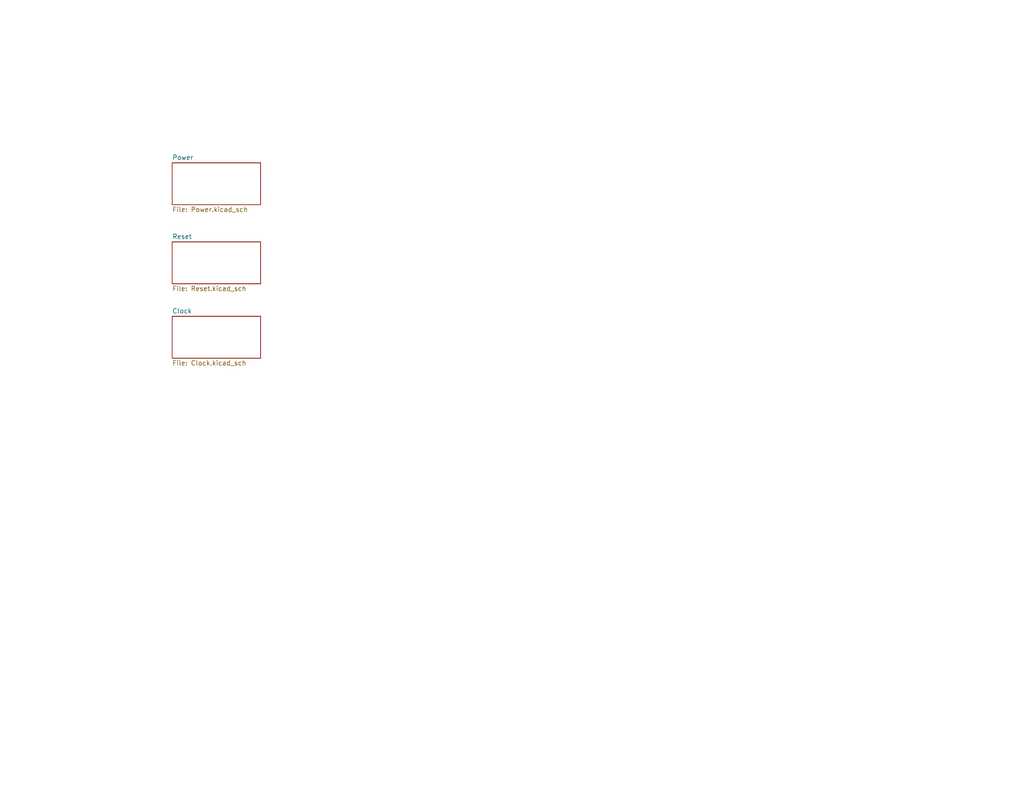
<source format=kicad_sch>
(kicad_sch (version 20211123) (generator eeschema)
  (paper "USLetter")
  (title_block (title "Improving clock options") (date "2022-09-30") (rev "1") (company "Frederic Segard - aka: The Micro Hobbyist"))
  (lib_symbols)
  (sheet (at 46.99 66.04) (size 24.13 11.43) (stroke (width 0.1524))
    (property "Sheet name" "Reset" (at 46.99 65.3284 0) (effects (justify left bottom)))
    (property "Sheet file" "Reset.kicad_sch" (at 46.99 78.0546 0) (effects (justify left top)))
  )
  (sheet (at 46.99 86.36) (size 24.13 11.43) (stroke (width 0.1524))
    (property "Sheet name" "Clock" (at 46.99 85.6484 0) (effects (justify left bottom)))
    (property "Sheet file" "Clock.kicad_sch" (at 46.99 98.3746 0) (effects (justify left top)))
  )
  (sheet (at 46.99 44.45) (size 24.13 11.43) (stroke (width 0.1524))
    (property "Sheet name" "Power" (at 46.99 43.7384 0) (effects (justify left bottom)))
    (property "Sheet file" "Power.kicad_sch" (at 46.99 56.4646 0) (effects (justify left top)))
  )
)
</source>
